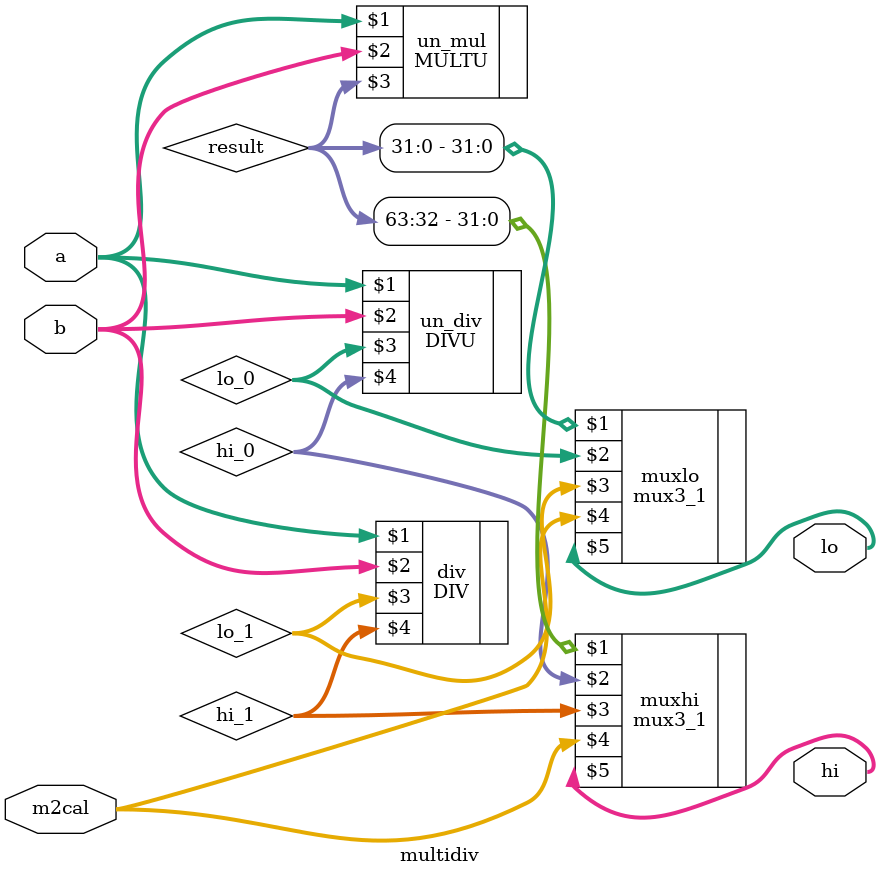
<source format=v>
`timescale 1ns / 1ps

module multidiv(a,b,m2cal,lo,hi);

    input [31:0] a;
    input [31:0] b;
    input [1:0] m2cal;
    output [31:0] lo;
    output [31:0] hi;
    
    wire [31:0] lo_1;
    wire [31:0] hi_1;
    wire [31:0] lo_0;
    wire [31:0] hi_0;
   
    wire [63:0] result;
    MULTU un_mul(a,b,result);
    
    DIVU un_div(a,b,lo_0,hi_0);
    
    DIV div(a,b,lo_1,hi_1);
    
    mux3_1 muxlo(result[31:0],lo_0,lo_1,m2cal,lo);
    mux3_1 muxhi(result[63:32],hi_0,hi_1,m2cal,hi);
    
endmodule

</source>
